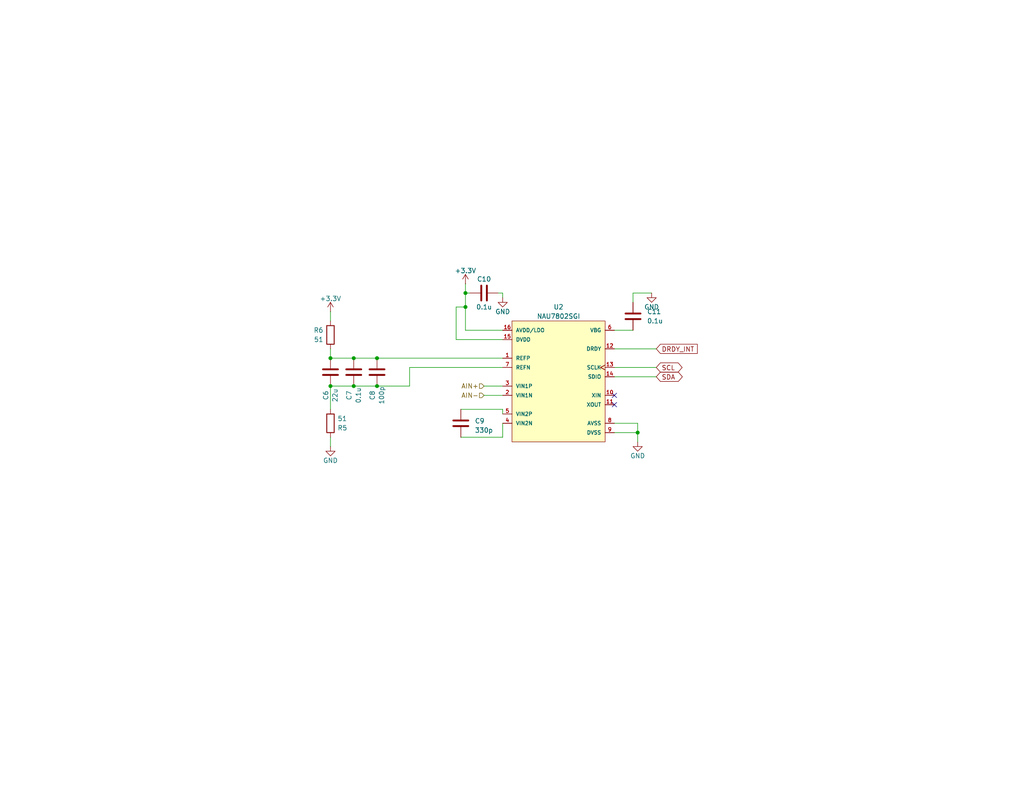
<source format=kicad_sch>
(kicad_sch (version 20250114) (generator "eeschema") (generator_version "9.0")
  (paper "A")
  (title_block (title "Development Board") (date "2025-03-03") (rev "2.3.1A") (company "Plastic Scanner"))
  (lib_symbols
    (symbol "Device:C" (pin_numbers (hide yes)) (pin_names (offset 0.254))
      (property "Reference" "C" (at 0.635 2.54 0))
      (property "Value" "C" (at 0.635 -2.54 0))
      (symbol "C_0_1"
        (polyline (pts (xy -2.032 0.762) (xy 2.032 0.762)) (stroke (width 0.508)))
        (polyline (pts (xy -2.032 -0.762) (xy 2.032 -0.762)) (stroke (width 0.508)))
      )
      (symbol "C_1_1"
        (pin passive line (at 0 3.81 270) (length 2.794) (name "~") (number "1"))
        (pin passive line (at 0 -3.81 90) (length 2.794) (name "~") (number "2"))
      )
    )
    (symbol "Device:R" (pin_numbers (hide yes)) (pin_names (offset 0))
      (property "Reference" "R" (at 2.032 0 90))
      (property "Value" "R" (at 0 0 90))
      (symbol "R_0_1"
        (rectangle (start -1.016 -2.54) (end 1.016 2.54) (stroke (width 0.254)))
      )
      (symbol "R_1_1"
        (pin passive line (at 0 3.81 270) (length 1.27) (name "~") (number "1"))
        (pin passive line (at 0 -3.81 90) (length 1.27) (name "~") (number "2"))
      )
    )
    (symbol "NAU7802:NAU7802SGI" (pin_names (offset 1.016))
      (property "Reference" "U" (at 0 5.08 0))
      (property "Value" "NAU7802SGI" (at 0 7.62 0))
      (symbol "NAU7802SGI_1_1"
        (rectangle (start 5.08 2.54) (end 30.48 -30.48) (fill (type background)))
        (pin power_in line (at 2.54 0 0) (length 2.54) (name "AVDD/LDO") (number "16"))
        (pin power_in line (at 2.54 -2.54 0) (length 2.54) (name "DVDD") (number "15"))
        (pin input line (at 2.54 -7.62 0) (length 2.54) (name "REFP") (number "1"))
        (pin input line (at 2.54 -10.16 0) (length 2.54) (name "REFN") (number "7"))
        (pin input line (at 2.54 -15.24 0) (length 2.54) (name "VIN1P") (number "3"))
        (pin input line (at 2.54 -17.78 0) (length 2.54) (name "VIN1N") (number "2"))
        (pin input line (at 2.54 -22.86 0) (length 2.54) (name "VIN2P") (number "5"))
        (pin input line (at 2.54 -25.4 0) (length 2.54) (name "VIN2N") (number "4"))
        (pin output line (at 33.02 0 180) (length 2.54) (name "VBG") (number "6"))
        (pin output line (at 33.02 -5.08 180) (length 2.54) (name "DRDY") (number "12"))
        (pin input clock (at 33.02 -10.16 180) (length 2.54) (name "SCLK") (number "13"))
        (pin bidirectional line (at 33.02 -12.7 180) (length 2.54) (name "SDIO") (number "14"))
        (pin input line (at 33.02 -17.78 180) (length 2.54) (name "XIN") (number "10"))
        (pin output line (at 33.02 -20.32 180) (length 2.54) (name "XOUT") (number "11"))
        (pin power_in line (at 33.02 -25.4 180) (length 2.54) (name "AVSS") (number "8"))
        (pin power_in line (at 33.02 -27.94 180) (length 2.54) (name "DVSS") (number "9"))
      )
    )
    (symbol "power:+3.3V" (power) (pin_numbers (hide yes)) (pin_names (offset 0) (hide yes))
      (property "Value" "+3.3V" (at 0 3.556 0))
      (symbol "+3.3V_0_1"
        (polyline (pts (xy -0.762 1.27) (xy 0 2.54)))
        (polyline (pts (xy 0 2.54) (xy 0.762 1.27)))
        (polyline (pts (xy 0 0) (xy 0 2.54)))
      )
      (symbol "+3.3V_1_1"
        (pin power_in line (at 0 0 90) (length 0) (name "~") (number "1"))
      )
    )
    (symbol "power:GND" (power) (pin_numbers (hide yes)) (pin_names (offset 0) (hide yes))
      (property "Value" "GND" (at 0 -3.81 0))
      (symbol "GND_0_1"
        (polyline (pts (xy 0 0) (xy 0 -1.27) (xy 1.27 -1.27) (xy 0 -2.54) (xy -1.27 -1.27) (xy 0 -1.27)))
      )
      (symbol "GND_1_1"
        (pin power_in line (at 0 0 270) (length 0) (name "~") (number "1"))
      )
    )
  )
  (bus_alias "BUS1" (members "CLK" "MOSI" "MISO" "CS"))
  (junction (at 102.87 105.41))
  (junction (at 90.17 105.41))
  (junction (at 102.87 97.79))
  (junction (at 173.99 118.11))
  (junction (at 127 83.82))
  (junction (at 96.52 97.79))
  (junction (at 90.17 97.79))
  (junction (at 96.52 105.41))
  (junction (at 127 80.01))
  (no_connect (at 167.64 110.49))
  (no_connect (at 167.64 107.95))
  (wire (pts (xy 127 90.17) (xy 137.16 90.17)))
  (wire (pts (xy 167.64 90.17) (xy 172.72 90.17)))
  (wire (pts (xy 167.64 118.11) (xy 173.99 118.11)))
  (wire (pts (xy 102.87 97.79) (xy 137.16 97.79)))
  (wire (pts (xy 90.17 119.38) (xy 90.17 121.92)))
  (wire (pts (xy 111.76 105.41) (xy 111.76 100.33)))
  (wire (pts (xy 125.73 119.38) (xy 137.16 119.38)))
  (wire (pts (xy 96.52 105.41) (xy 102.87 105.41)))
  (wire (pts (xy 132.08 107.95) (xy 137.16 107.95)))
  (wire (pts (xy 125.73 111.76) (xy 137.16 111.76)))
  (wire (pts (xy 111.76 105.41) (xy 102.87 105.41)))
  (wire (pts (xy 90.17 111.76) (xy 90.17 105.41)))
  (wire (pts (xy 173.99 115.57) (xy 173.99 118.11)))
  (wire (pts (xy 90.17 105.41) (xy 96.52 105.41)))
  (wire (pts (xy 127 83.82) (xy 124.46 83.82)))
  (wire (pts (xy 137.16 100.33) (xy 111.76 100.33)))
  (wire (pts (xy 135.89 80.01) (xy 137.16 80.01)))
  (wire (pts (xy 127 83.82) (xy 127 80.01)))
  (wire (pts (xy 90.17 85.09) (xy 90.17 87.63)))
  (wire (pts (xy 172.72 80.01) (xy 172.72 82.55)))
  (wire (pts (xy 124.46 83.82) (xy 124.46 92.71)))
  (wire (pts (xy 177.8 80.01) (xy 172.72 80.01)))
  (wire (pts (xy 167.64 102.87) (xy 179.07 102.87)))
  (wire (pts (xy 127 83.82) (xy 127 90.17)))
  (wire (pts (xy 167.64 95.25) (xy 179.07 95.25)))
  (wire (pts (xy 90.17 97.79) (xy 96.52 97.79)))
  (wire (pts (xy 137.16 111.76) (xy 137.16 113.03)))
  (wire (pts (xy 96.52 97.79) (xy 102.87 97.79)))
  (wire (pts (xy 132.08 105.41) (xy 137.16 105.41)))
  (wire (pts (xy 167.64 100.33) (xy 179.07 100.33)))
  (wire (pts (xy 137.16 119.38) (xy 137.16 115.57)))
  (wire (pts (xy 90.17 95.25) (xy 90.17 97.79)))
  (wire (pts (xy 127 77.47) (xy 127 80.01)))
  (wire (pts (xy 167.64 115.57) (xy 173.99 115.57)))
  (wire (pts (xy 173.99 118.11) (xy 173.99 120.65)))
  (wire (pts (xy 128.27 80.01) (xy 127 80.01)))
  (wire (pts (xy 124.46 92.71) (xy 137.16 92.71)))
  (wire (pts (xy 137.16 80.01) (xy 137.16 81.28)))
  (global_label "SCL" (shape bidirectional) (at 179.07 100.33 0) (property "Intersheetrefs" "${INTERSHEET_REFS}" (effects (hide yes))))
  (global_label "SDA" (shape bidirectional) (at 179.07 102.87 0) (property "Intersheetrefs" "${INTERSHEET_REFS}" (effects (hide yes))))
  (global_label "DRDY_INT" (shape input) (at 179.07 95.25 0) (property "Intersheetrefs" "${INTERSHEET_REFS}" (effects (hide yes))))
  (hierarchical_label "AIN+" (shape input) (at 132.08 105.41 180))
  (hierarchical_label "AIN-" (shape input) (at 132.08 107.95 180))
  (symbol (lib_id "power:GND") (at 90.17 121.92 0) (mirror y) (unit 1)
    (property "Reference" "#PWR5" (effects (hide yes)))
    (property "Value" "GND" (at 90.17 125.73 0))
    (property "Description" "Power symbol creates a global label with name \"GND\" , ground" (effects (hide yes)))
  )
  (symbol (lib_id "power:GND") (at 177.8 80.01 0) (mirror y) (unit 1)
    (property "Reference" "#PWR8" (effects (hide yes)))
    (property "Value" "GND" (at 177.8 83.82 0))
    (property "Description" "Power symbol creates a global label with name \"GND\" , ground" (effects (hide yes)))
  )
  (symbol (lib_id "Device:C") (at 96.52 101.6 180) (unit 1)
    (property "Reference" "C7" (at 95.25 107.95 90))
    (property "Value" "0.1u" (at 97.79 107.95 90))
    (property "Footprint" "Capacitor_SMD:C_0805_2012Metric_Pad1.18x1.45mm_HandSolder" (effects (hide yes)))
  )
  (symbol (lib_id "Device:C") (at 90.17 101.6 180) (unit 1)
    (property "Reference" "C6" (at 88.9 107.95 90))
    (property "Value" "22u" (at 91.44 107.95 90))
    (property "Footprint" "Capacitor_SMD:C_0805_2012Metric_Pad1.18x1.45mm_HandSolder" (effects (hide yes)))
  )
  (symbol (lib_id "power:GND") (at 173.99 120.65 0) (unit 1)
    (property "Reference" "#PWR9" (effects (hide yes)))
    (property "Value" "GND" (at 173.99 124.46 0))
    (property "Description" "Power symbol creates a global label with name \"GND\" , ground" (effects (hide yes)))
  )
  (symbol (lib_id "Device:C") (at 172.72 86.36 0) (unit 1)
    (property "Reference" "C11" (at 176.53 85.0899 0) (effects (justify left)))
    (property "Value" "0.1u" (at 176.53 87.6299 0) (effects (justify left)))
    (property "Footprint" "Capacitor_SMD:C_0805_2012Metric_Pad1.18x1.45mm_HandSolder" (effects (hide yes)))
  )
  (symbol (lib_id "NAU7802:NAU7802SGI") (at 134.62 90.17 0) (unit 1)
    (property "Reference" "U2" (at 152.4 83.82 0))
    (property "Value" "NAU7802SGI" (at 152.4 86.36 0))
    (property "Footprint" "IC_Nuvoton_NAU7802SGI:Nuvoton-NAU7802SGI-0-0-0" (effects (hide yes)))
    (property "Datasheet" "http://www.nuvoton.com/resource-files/NAU7802%20Data%20Sheet%20V1.7.pdf" (effects (hide yes)))
    (property "ambient temperature range high" "+85°C" (effects (hide yes)))
    (property "ambient temperature range low" "-40°C" (effects (hide yes)))
    (property "category" "IC" (effects (hide yes)))
    (property "data polarity" "Bipolar" (effects (hide yes)))
    (property "device class L1" "Integrated Circuits (ICs)" (effects (hide yes)))
    (property "device class L2" "Data Converter ICs" (effects (hide yes)))
    (property "device class L3" "Analog to Digital Converters (ADCs)" (effects (hide yes)))
    (property "digikey description" "IC ADC 24BIT I2C/SRL 16-SOP" (effects (hide yes)))
    (property "digikey part number" "NAU7802SGI-ND" (effects (hide yes)))
    (property "height" "1.75mm" (effects (hide yes)))
    (property "interface" "I2C,2-Wire" (effects (hide yes)))
    (property "ipc land pattern name" "SOIC127P600X155-16" (effects (hide yes)))
    (property "lead free" "yes" (effects (hide yes)))
    (property "library id" "633e3c39f43f75df" (effects (hide yes)))
    (property "manufacturer" "Nuvoton" (effects (hide yes)))
    (property "max supply voltage" "5.5V" (effects (hide yes)))
    (property "min supply voltage" "2.7V" (effects (hide yes)))
    (property "nominal supply current" "2-2.1mA" (effects (hide yes)))
    (property "number of channels" "2" (effects (hide yes)))
    (property "number of converters" "2" (effects (hide yes)))
    (property "package" "SOP16" (effects (hide yes)))
    (property "resolution" "24b" (effects (hide yes)))
    (property "rohs" "yes" (effects (hide yes)))
    (property "sampling rate" "320bps" (effects (hide yes)))
    (property "standoff height" "0.1mm" (effects (hide yes)))
    (property "temperature range high" "+85°C" (effects (hide yes)))
    (property "temperature range low" "-40°C" (effects (hide yes)))
  )
  (symbol (lib_id "Device:R") (at 90.17 115.57 0) (mirror y) (unit 1)
    (property "Reference" "R5" (at 92.075 116.8401 0) (effects (justify right)))
    (property "Value" "51" (at 92.075 114.3001 0) (effects (justify right)))
    (property "Footprint" "Resistor_SMD:R_0805_2012Metric_Pad1.20x1.40mm_HandSolder" (effects (hide yes)))
  )
  (symbol (lib_id "power:GND") (at 137.16 81.28 0) (unit 1)
    (property "Reference" "#PWR7" (effects (hide yes)))
    (property "Value" "GND" (at 137.16 85.09 0))
    (property "Description" "Power symbol creates a global label with name \"GND\" , ground" (effects (hide yes)))
  )
  (symbol (lib_id "Device:C") (at 102.87 101.6 180) (unit 1)
    (property "Reference" "C8" (at 101.6 107.95 90))
    (property "Value" "100p" (at 104.14 107.95 90))
    (property "Footprint" "Capacitor_SMD:C_0805_2012Metric_Pad1.18x1.45mm_HandSolder" (effects (hide yes)))
  )
  (symbol (lib_id "Device:C") (at 125.73 115.57 0) (unit 1)
    (property "Reference" "C9" (at 129.54 114.935 0) (effects (justify left)))
    (property "Value" "330p" (at 129.54 117.475 0) (effects (justify left)))
    (property "Footprint" "Capacitor_SMD:C_0805_2012Metric_Pad1.18x1.45mm_HandSolder" (effects (hide yes)))
  )
  (symbol (lib_id "power:+3.3V") (at 90.17 85.09 0) (unit 1)
    (property "Reference" "#PWR20" (effects (hide yes)))
    (property "Value" "+3.3V" (at 90.17 81.534 0))
    (property "Description" "Power symbol creates a global label with name \"+3.3V\"" (effects (hide yes)))
  )
  (symbol (lib_id "power:+3.3V") (at 127 77.47 0) (unit 1)
    (property "Reference" "#PWR6" (effects (hide yes)))
    (property "Value" "+3.3V" (at 127 73.914 0))
    (property "Description" "Power symbol creates a global label with name \"+3.3V\"" (effects (hide yes)))
  )
  (symbol (lib_id "Device:R") (at 90.17 91.44 0) (mirror x) (unit 1)
    (property "Reference" "R6" (at 88.265 90.1699 0) (effects (justify right)))
    (property "Value" "51" (at 88.265 92.7099 0) (effects (justify right)))
    (property "Footprint" "Resistor_SMD:R_0805_2012Metric_Pad1.20x1.40mm_HandSolder" (effects (hide yes)))
  )
  (symbol (lib_id "Device:C") (at 132.08 80.01 90) (unit 1)
    (property "Reference" "C10" (at 132.08 76.2 90))
    (property "Value" "0.1u" (at 132.08 83.82 90))
    (property "Footprint" "Capacitor_SMD:C_0805_2012Metric_Pad1.18x1.45mm_HandSolder" (effects (hide yes)))
  )
)
</source>
